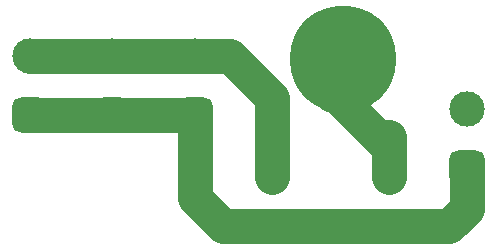
<source format=gbr>
%TF.GenerationSoftware,KiCad,Pcbnew,8.0.5*%
%TF.CreationDate,2024-12-06T13:05:19-05:00*%
%TF.ProjectId,RailsidePDB,5261696c-7369-4646-9550-44422e6b6963,rev?*%
%TF.SameCoordinates,Original*%
%TF.FileFunction,Copper,L2,Bot*%
%TF.FilePolarity,Positive*%
%FSLAX46Y46*%
G04 Gerber Fmt 4.6, Leading zero omitted, Abs format (unit mm)*
G04 Created by KiCad (PCBNEW 8.0.5) date 2024-12-06 13:05:19*
%MOMM*%
%LPD*%
G01*
G04 APERTURE LIST*
G04 Aperture macros list*
%AMRoundRect*
0 Rectangle with rounded corners*
0 $1 Rounding radius*
0 $2 $3 $4 $5 $6 $7 $8 $9 X,Y pos of 4 corners*
0 Add a 4 corners polygon primitive as box body*
4,1,4,$2,$3,$4,$5,$6,$7,$8,$9,$2,$3,0*
0 Add four circle primitives for the rounded corners*
1,1,$1+$1,$2,$3*
1,1,$1+$1,$4,$5*
1,1,$1+$1,$6,$7*
1,1,$1+$1,$8,$9*
0 Add four rect primitives between the rounded corners*
20,1,$1+$1,$2,$3,$4,$5,0*
20,1,$1+$1,$4,$5,$6,$7,0*
20,1,$1+$1,$6,$7,$8,$9,0*
20,1,$1+$1,$8,$9,$2,$3,0*%
G04 Aperture macros list end*
%TA.AperFunction,WasherPad*%
%ADD10C,9.000000*%
%TD*%
%TA.AperFunction,ComponentPad*%
%ADD11RoundRect,0.750000X0.750000X-0.750000X0.750000X0.750000X-0.750000X0.750000X-0.750000X-0.750000X0*%
%TD*%
%TA.AperFunction,ComponentPad*%
%ADD12C,3.000000*%
%TD*%
%TA.AperFunction,ComponentPad*%
%ADD13C,2.780000*%
%TD*%
%TA.AperFunction,Conductor*%
%ADD14C,3.000000*%
%TD*%
%TA.AperFunction,Conductor*%
%ADD15C,1.500000*%
%TD*%
G04 APERTURE END LIST*
D10*
%TO.P,,*%
%TO.N,*%
X98025000Y-66750000D03*
%TD*%
D11*
%TO.P,BT2,1,+*%
%TO.N,Net-(BT1-+)*%
X78500000Y-71500000D03*
D12*
%TO.P,BT2,2,-*%
%TO.N,Net-(BT1--)*%
X78500000Y-66500000D03*
%TD*%
D11*
%TO.P,BT3,1,+*%
%TO.N,Net-(BT1-+)*%
X71500000Y-71500000D03*
D12*
%TO.P,BT3,2,-*%
%TO.N,Net-(BT1--)*%
X71500000Y-66500000D03*
%TD*%
D11*
%TO.P,BT4,1,+*%
%TO.N,Net-(BT1-+)*%
X108500000Y-76000000D03*
D12*
%TO.P,BT4,2,-*%
%TO.N,Net-(BT4--)*%
X108500000Y-71000000D03*
%TD*%
D13*
%TO.P,Fuse,1*%
%TO.N,Net-(BT1--)*%
X92040000Y-73300000D03*
X92040000Y-76700000D03*
%TO.P,Fuse,2*%
%TO.N,Net-(SW1-A)*%
X101960000Y-73300000D03*
X101960000Y-76700000D03*
%TD*%
D11*
%TO.P,BT1,1,+*%
%TO.N,Net-(BT1-+)*%
X85500000Y-71500000D03*
D12*
%TO.P,BT1,2,-*%
%TO.N,Net-(BT1--)*%
X85500000Y-66500000D03*
%TD*%
D14*
%TO.N,Net-(SW1-A)*%
X97100000Y-69800000D02*
X97460000Y-69800000D01*
X95380000Y-68080000D02*
X97100000Y-69800000D01*
X95380000Y-67000000D02*
X95380000Y-68080000D01*
X97460000Y-69800000D02*
X101960000Y-74300000D01*
%TO.N,Net-(BT1-+)*%
X108500000Y-79400000D02*
X107000000Y-80900000D01*
X108500000Y-76110000D02*
X108500000Y-79400000D01*
X85500000Y-71500000D02*
X71500000Y-71500000D01*
X85500000Y-78500000D02*
X85500000Y-71500000D01*
X87900000Y-80900000D02*
X85500000Y-78500000D01*
%TO.N,Net-(BT1--)*%
X88500000Y-66500000D02*
X71500000Y-66500000D01*
X92040000Y-73300000D02*
X92040000Y-70040000D01*
X92040000Y-70040000D02*
X88500000Y-66500000D01*
%TO.N,Net-(BT1-+)*%
X107000000Y-80900000D02*
X87900000Y-80900000D01*
D15*
X78650000Y-71000000D02*
X78600000Y-70950000D01*
D14*
%TO.N,Net-(BT1--)*%
X92040000Y-73300000D02*
X92040000Y-76700000D01*
%TO.N,Net-(SW1-A)*%
X101960000Y-73300000D02*
X101960000Y-76700000D01*
%TD*%
M02*

</source>
